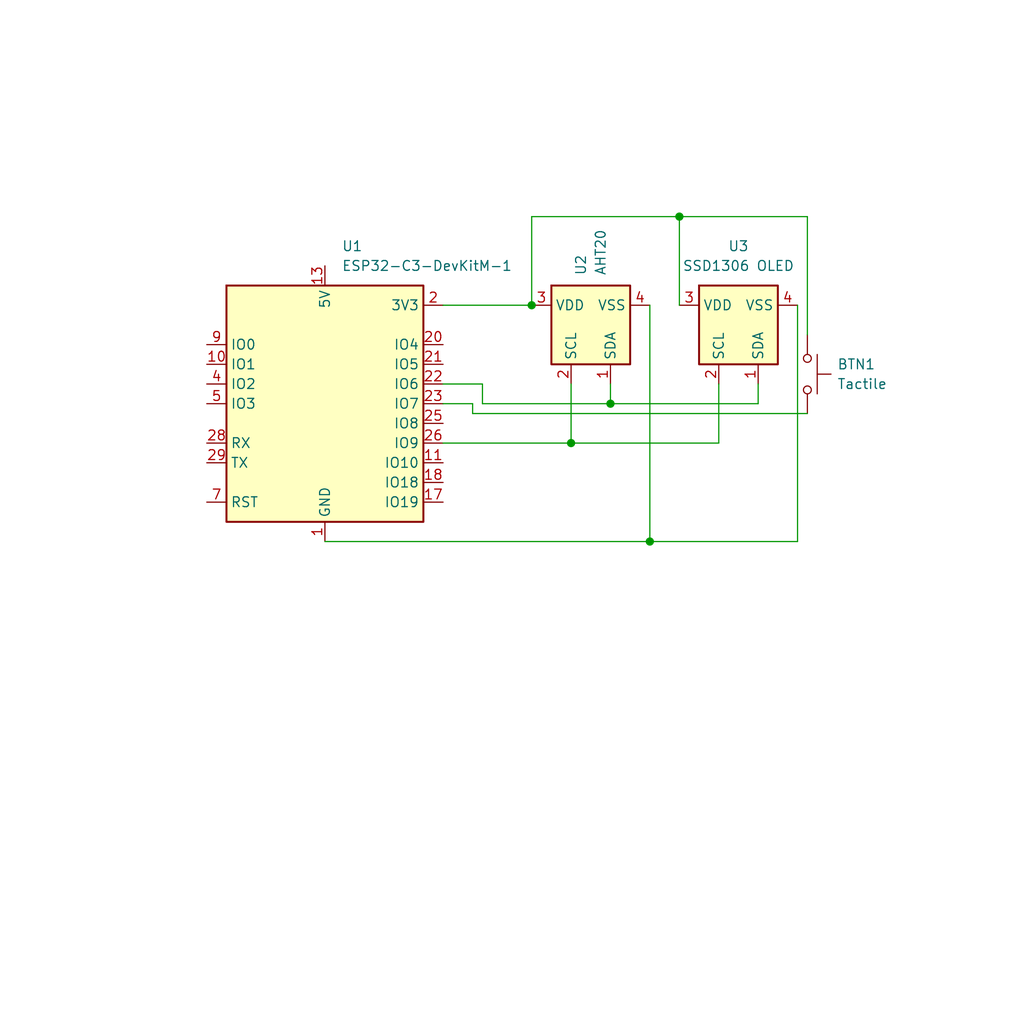
<source format=kicad_sch>
(kicad_sch (version 20250114) (generator "eeschema") (generator_version "9.0")
  (paper "User" 132.08 132.08)
  (lib_symbols
    (symbol "RF_Module:ESP32-C3-DevKitM-1"
      (property "Reference" "U" (at 7.62 16.51 0))
      (property "Value" "ESP32-C3-DevKitM-1" (at 11.684 -16.764 0))
      (symbol "ESP32-C3-DevKitM-1_1_1"
        (rectangle (start -12.7 15.24) (end 12.7 -15.24) (stroke (width 0.254)) (fill (type background)))
        (pin bidirectional line (at -15.24 7.62 0) (length 2.54) (name "IO0") (number "9"))
        (pin bidirectional line (at -15.24 5.08 0) (length 2.54) (name "IO1") (number "10"))
        (pin bidirectional line (at -15.24 2.54 0) (length 2.54) (name "IO2") (number "4"))
        (pin bidirectional line (at -15.24 0 0) (length 2.54) (name "IO3") (number "5"))
        (pin input line (at -15.24 -5.08 0) (length 2.54) (name "RX") (number "28"))
        (pin output line (at -15.24 -7.62 0) (length 2.54) (name "TX") (number "29"))
        (pin input line (at -15.24 -12.7 0) (length 2.54) (name "RST") (number "7"))
        (pin passive line (at 0 17.78 270) (length 2.54) (name "5V") (number "13"))
        (pin passive line (at 0 17.78 270) (length 2.54) (hide yes) (name "5V") (number "14"))
        (pin power_in line (at 0 -17.78 90) (length 2.54) (name "GND") (number "1"))
        (pin passive line (at 0 -17.78 90) (length 2.54) (hide yes) (name "GND") (number "12"))
        (pin passive line (at 0 -17.78 90) (length 2.54) (hide yes) (name "GND") (number "15"))
        (pin passive line (at 0 -17.78 90) (length 2.54) (hide yes) (name "GND") (number "16"))
        (pin passive line (at 0 -17.78 90) (length 2.54) (hide yes) (name "GND") (number "19"))
        (pin passive line (at 0 -17.78 90) (length 2.54) (hide yes) (name "GND") (number "24"))
        (pin passive line (at 0 -17.78 90) (length 2.54) (hide yes) (name "GND") (number "27"))
        (pin passive line (at 0 -17.78 90) (length 2.54) (hide yes) (name "GND") (number "30"))
        (pin passive line (at 0 -17.78 90) (length 2.54) (hide yes) (name "GND") (number "6"))
        (pin passive line (at 0 -17.78 90) (length 2.54) (hide yes) (name "GND") (number "8"))
        (pin power_out line (at 15.24 12.7 180) (length 2.54) (name "3V3") (number "2"))
        (pin passive line (at 15.24 12.7 180) (length 2.54) (hide yes) (name "3V3") (number "3"))
        (pin bidirectional line (at 15.24 7.62 180) (length 2.54) (name "IO4") (number "20"))
        (pin bidirectional line (at 15.24 5.08 180) (length 2.54) (name "IO5") (number "21"))
        (pin bidirectional line (at 15.24 2.54 180) (length 2.54) (name "IO6") (number "22"))
        (pin bidirectional line (at 15.24 0 180) (length 2.54) (name "IO7") (number "23"))
        (pin bidirectional line (at 15.24 -2.54 180) (length 2.54) (name "IO8") (number "25"))
        (pin bidirectional line (at 15.24 -5.08 180) (length 2.54) (name "IO9") (number "26"))
        (pin bidirectional line (at 15.24 -7.62 180) (length 2.54) (name "IO10") (number "11"))
        (pin bidirectional line (at 15.24 -10.16 180) (length 2.54) (name "IO18") (number "18"))
        (pin bidirectional line (at 15.24 -12.7 180) (length 2.54) (name "IO19") (number "17"))
      )
    )
    (symbol "Sensor_Humidity:SHT4x"
      (property "Reference" "U" (at 0 8.89 0))
      (property "Value" "SHT4x" (at 0 6.35 0))
      (symbol "SHT4x_1_1"
        (rectangle (start -5.08 5.08) (end 5.08 -5.08) (stroke (width 0.254)) (fill (type background)))
        (pin input line (at -7.62 2.54 0) (length 2.54) (name "SCL") (number "2"))
        (pin bidirectional line (at -7.62 -2.54 0) (length 2.54) (name "SDA") (number "1"))
        (pin power_in line (at 2.54 7.62 270) (length 2.54) (name "VDD") (number "3"))
        (pin power_in line (at 2.54 -7.62 90) (length 2.54) (name "VSS") (number "4"))
      )
    )
    (symbol "Switch:SW_MEC_5G" (pin_numbers (hide yes)) (pin_names (offset 1.016) (hide yes))
      (property "Reference" "SW" (at 1.27 2.54 0))
      (property "Value" "SW_MEC_5G" (at 0 -1.524 0))
      (symbol "SW_MEC_5G_0_1"
        (circle (center -2.032 0) (radius 0.508))
        (polyline (pts (xy 0 1.27) (xy 0 3.048)))
        (circle (center 2.032 0) (radius 0.508))
        (polyline (pts (xy 2.54 1.27) (xy -2.54 1.27)))
        (pin passive line (at -5.08 0 0) (length 2.54) (name "A") (number "1"))
        (pin passive line (at 5.08 0 180) (length 2.54) (name "B") (number "3"))
      )
      (symbol "SW_MEC_5G_1_1"
        (pin passive line (at -5.08 0 0) (length 2.54) (hide yes) (name "A") (number "2"))
        (pin passive line (at 5.08 0 180) (length 2.54) (hide yes) (name "B") (number "4"))
      )
    )
  )
  (junction (at 78.74 52.07))
  (junction (at 68.58 39.37))
  (junction (at 73.66 57.15))
  (junction (at 87.63 27.94))
  (junction (at 83.82 69.85))
  (wire (pts (xy 104.14 27.94) (xy 87.63 27.94)))
  (wire (pts (xy 68.58 27.94) (xy 68.58 39.37)))
  (wire (pts (xy 57.15 49.53) (xy 62.23 49.53)))
  (wire (pts (xy 78.74 52.07) (xy 97.79 52.07)))
  (wire (pts (xy 87.63 27.94) (xy 68.58 27.94)))
  (wire (pts (xy 57.15 52.07) (xy 60.96 52.07)))
  (wire (pts (xy 57.15 39.37) (xy 68.58 39.37)))
  (wire (pts (xy 60.96 53.34) (xy 104.14 53.34)))
  (wire (pts (xy 102.87 39.37) (xy 102.87 69.85)))
  (wire (pts (xy 73.66 57.15) (xy 73.66 49.53)))
  (wire (pts (xy 87.63 39.37) (xy 87.63 27.94)))
  (wire (pts (xy 62.23 49.53) (xy 62.23 52.07)))
  (wire (pts (xy 92.71 49.53) (xy 92.71 57.15)))
  (wire (pts (xy 60.96 52.07) (xy 60.96 53.34)))
  (wire (pts (xy 102.87 69.85) (xy 83.82 69.85)))
  (wire (pts (xy 83.82 39.37) (xy 83.82 69.85)))
  (wire (pts (xy 78.74 49.53) (xy 78.74 52.07)))
  (wire (pts (xy 57.15 57.15) (xy 73.66 57.15)))
  (wire (pts (xy 97.79 49.53) (xy 97.79 52.07)))
  (wire (pts (xy 62.23 52.07) (xy 78.74 52.07)))
  (wire (pts (xy 83.82 69.85) (xy 41.91 69.85)))
  (wire (pts (xy 92.71 57.15) (xy 73.66 57.15)))
  (wire (pts (xy 104.14 43.18) (xy 104.14 27.94)))
  (symbol (lib_id "Sensor_Humidity:SHT4x") (at 76.2 41.91 90) (unit 1)
    (property "Reference" "U2" (at 74.9299 35.56 0) (effects (justify left)))
    (property "Value" "AHT20" (at 77.4699 35.56 0) (effects (justify left)))
    (property "Footprint" "Sensor_Humidity:Sensirion_DFN-4_1.5x1.5mm_P0.8mm_SHT4x_NoCentralPad" (effects (hide yes)))
    (property "Datasheet" "https://sensirion.com/media/documents/33FD6951/624C4357/Datasheet_SHT4x.pdf" (effects (hide yes)))
    (property "Description" "Digital Humidity and Temperature Sensor, ±1%RH, ±0.1°C, I2C, 1.08-3.6V, 16bit, DFN-4" (effects (hide yes)))
  )
  (symbol (lib_id "RF_Module:ESP32-C3-DevKitM-1") (at 41.91 52.07 0) (unit 1)
    (property "Reference" "U1" (at 44.0533 31.75 0) (effects (justify left)))
    (property "Value" "ESP32-C3-DevKitM-1" (at 44.0533 34.29 0) (effects (justify left)))
    (property "Footprint" "RF_Module:ESP32-C3-DevKitM-1" (effects (hide yes)))
    (property "Datasheet" "https://docs.espressif.com/projects/esp-idf/en/latest/esp32c3/hw-reference/esp32c3/user-guide-devkitm-1.html" (effects (hide yes)))
    (property "Description" "Development board featuring ESP32-C3-MINI-1 module" (effects (hide yes)))
  )
  (symbol (lib_id "Switch:SW_MEC_5G") (at 104.14 48.26 270) (unit 1)
    (property "Reference" "BTN1" (at 107.95 46.9899 90) (effects (justify left)))
    (property "Value" "Tactile" (at 107.95 49.5299 90) (effects (justify left)))
    (property "Datasheet" "http://www.apem.com/int/index.php?controller=attachment&id_attachment=488" (effects (hide yes)))
    (property "Description" "MEC 5G single pole normally-open tactile switch" (effects (hide yes)))
  )
  (symbol (lib_id "Sensor_Humidity:SHT4x") (at 95.25 41.91 90) (unit 1)
    (property "Reference" "U3" (at 95.25 31.75 90))
    (property "Value" "SSD1306 OLED" (at 95.25 34.29 90))
    (property "Footprint" "Sensor_Humidity:Sensirion_DFN-4_1.5x1.5mm_P0.8mm_SHT4x_NoCentralPad" (effects (hide yes)))
    (property "Datasheet" "https://sensirion.com/media/documents/33FD6951/624C4357/Datasheet_SHT4x.pdf" (effects (hide yes)))
    (property "Description" "Digital Humidity and Temperature Sensor, ±1%RH, ±0.1°C, I2C, 1.08-3.6V, 16bit, DFN-4" (effects (hide yes)))
  )
)
</source>
